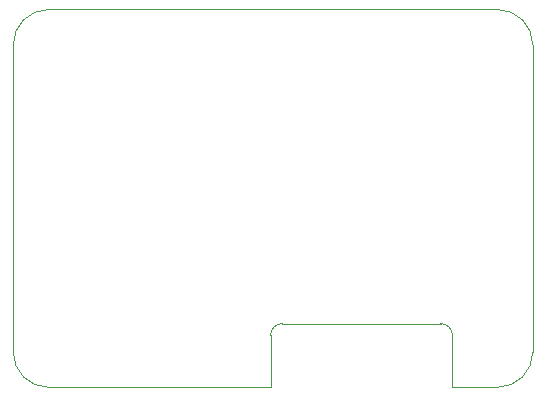
<source format=gbr>
%TF.GenerationSoftware,Altium Limited,Altium Designer,20.1.8 (145)*%
G04 Layer_Color=0*
%FSLAX24Y24*%
%MOIN*%
%TF.SameCoordinates,2251247C-4072-41CD-9A68-8E7E2D596FDF*%
%TF.FilePolarity,Positive*%
%TF.FileFunction,Profile,NP*%
%TF.Part,Single*%
G01*
G75*
%TA.AperFunction,Profile*%
%ADD85C,0.0010*%
D85*
X1181Y0D02*
G02*
X0Y1181I0J1181D01*
G01*
Y11417D01*
X-0D01*
D02*
G02*
X1181Y12598I1181J-0D01*
G01*
X16142D01*
D02*
G02*
X17323Y11417I-0J-1181D01*
G01*
X17323D01*
Y1181D01*
D02*
G02*
X16142Y0I-1181J0D01*
G01*
Y0D01*
X14643D01*
Y1732D01*
D02*
G03*
X14249Y2126I-394J0D01*
G01*
X8974D01*
D02*
G03*
X8580Y1732I0J-394D01*
G01*
Y0D01*
X1181D01*
%TF.MD5,7fbcbc1e8d1091316b72168f48254ffa*%
M02*

</source>
